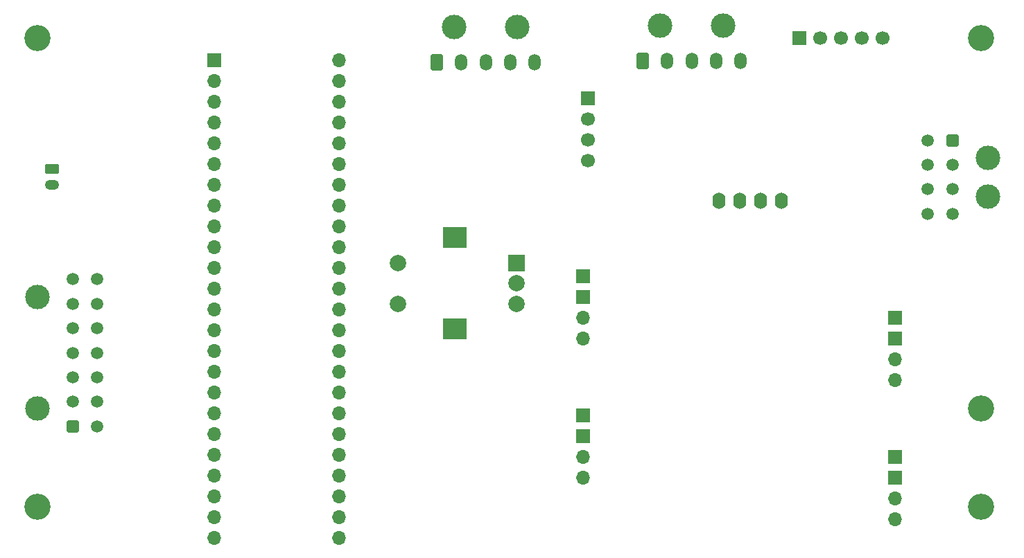
<source format=gbs>
G04 #@! TF.GenerationSoftware,KiCad,Pcbnew,9.0.1*
G04 #@! TF.CreationDate,2025-06-09T13:53:09-07:00*
G04 #@! TF.ProjectId,chop_microcontroller_board,63686f70-5f6d-4696-9372-6f636f6e7472,rev?*
G04 #@! TF.SameCoordinates,Original*
G04 #@! TF.FileFunction,Soldermask,Bot*
G04 #@! TF.FilePolarity,Negative*
%FSLAX46Y46*%
G04 Gerber Fmt 4.6, Leading zero omitted, Abs format (unit mm)*
G04 Created by KiCad (PCBNEW 9.0.1) date 2025-06-09 13:53:09*
%MOMM*%
%LPD*%
G01*
G04 APERTURE LIST*
G04 Aperture macros list*
%AMRoundRect*
0 Rectangle with rounded corners*
0 $1 Rounding radius*
0 $2 $3 $4 $5 $6 $7 $8 $9 X,Y pos of 4 corners*
0 Add a 4 corners polygon primitive as box body*
4,1,4,$2,$3,$4,$5,$6,$7,$8,$9,$2,$3,0*
0 Add four circle primitives for the rounded corners*
1,1,$1+$1,$2,$3*
1,1,$1+$1,$4,$5*
1,1,$1+$1,$6,$7*
1,1,$1+$1,$8,$9*
0 Add four rect primitives between the rounded corners*
20,1,$1+$1,$2,$3,$4,$5,0*
20,1,$1+$1,$4,$5,$6,$7,0*
20,1,$1+$1,$6,$7,$8,$9,0*
20,1,$1+$1,$8,$9,$2,$3,0*%
G04 Aperture macros list end*
%ADD10O,1.700000X1.700000*%
%ADD11R,1.700000X1.700000*%
%ADD12C,3.200000*%
%ADD13C,3.000000*%
%ADD14RoundRect,0.250001X-0.499999X-0.759999X0.499999X-0.759999X0.499999X0.759999X-0.499999X0.759999X0*%
%ADD15O,1.500000X2.020000*%
%ADD16RoundRect,0.250000X-0.625000X0.350000X-0.625000X-0.350000X0.625000X-0.350000X0.625000X0.350000X0*%
%ADD17O,1.750000X1.200000*%
%ADD18C,1.700000*%
%ADD19RoundRect,0.250001X-0.499999X0.499999X-0.499999X-0.499999X0.499999X-0.499999X0.499999X0.499999X0*%
%ADD20C,1.500000*%
%ADD21RoundRect,0.250001X0.499999X-0.499999X0.499999X0.499999X-0.499999X0.499999X-0.499999X-0.499999X0*%
%ADD22R,2.000000X2.000000*%
%ADD23C,2.000000*%
%ADD24R,3.000000X2.500000*%
%ADD25O,1.600000X2.000000*%
G04 APERTURE END LIST*
D10*
G04 #@! TO.C,U1*
X129620000Y-80200000D03*
X129620000Y-82740000D03*
X129620000Y-85280000D03*
X129620000Y-87820000D03*
X129620000Y-90360000D03*
X129620000Y-92900000D03*
X129620000Y-95440000D03*
X129620000Y-97980000D03*
X129620000Y-100520000D03*
X129620000Y-103060000D03*
X129620000Y-105600000D03*
X129620000Y-108140000D03*
X129620000Y-110680000D03*
X129620000Y-113220000D03*
X129620000Y-115760000D03*
X129620000Y-118300000D03*
X129620000Y-120840000D03*
X129620000Y-123380000D03*
X129620000Y-125920000D03*
X129620000Y-128460000D03*
X129620000Y-131000000D03*
X129620000Y-133540000D03*
X129620000Y-136080000D03*
X129620000Y-138620000D03*
X114380000Y-138620000D03*
X114380000Y-136080000D03*
X114380000Y-133540000D03*
X114380000Y-131000000D03*
X114380000Y-128460000D03*
X114380000Y-125920000D03*
X114380000Y-123380000D03*
X114380000Y-120840000D03*
X114380000Y-118300000D03*
X114380000Y-115760000D03*
X114380000Y-113220000D03*
X114380000Y-110680000D03*
X114380000Y-108140000D03*
X114380000Y-105600000D03*
X114380000Y-103060000D03*
X114380000Y-100520000D03*
X114380000Y-97980000D03*
X114380000Y-95440000D03*
X114380000Y-92900000D03*
X114380000Y-90360000D03*
X114380000Y-87820000D03*
X114380000Y-85280000D03*
X114380000Y-82740000D03*
D11*
X114380000Y-80200000D03*
G04 #@! TD*
D12*
G04 #@! TO.C,MK2*
X208000000Y-77500000D03*
G04 #@! TD*
D11*
G04 #@! TO.C,U3*
X159430000Y-106670000D03*
X159430000Y-109210000D03*
D10*
X159430000Y-111750000D03*
X159430000Y-114290000D03*
D11*
X197530000Y-111710000D03*
X197530000Y-114250000D03*
D10*
X197530000Y-116790000D03*
X197530000Y-119330000D03*
G04 #@! TD*
D13*
G04 #@! TO.C,J7*
X143650000Y-76180000D03*
X151350000Y-76180000D03*
D14*
X141500000Y-80500000D03*
D15*
X144500000Y-80500000D03*
X147500000Y-80500000D03*
X150500000Y-80500000D03*
X153500000Y-80500000D03*
G04 #@! TD*
D16*
G04 #@! TO.C,J14*
X94500000Y-93500000D03*
D17*
X94500000Y-95500000D03*
G04 #@! TD*
D13*
G04 #@! TO.C,J6*
X168800000Y-76000000D03*
X176500000Y-76000000D03*
D14*
X166650000Y-80320000D03*
D15*
X169650000Y-80320000D03*
X172650000Y-80320000D03*
X175650000Y-80320000D03*
X178650000Y-80320000D03*
G04 #@! TD*
D12*
G04 #@! TO.C,MK1*
X92769400Y-77500000D03*
G04 #@! TD*
D11*
G04 #@! TO.C,U2*
X159430000Y-123670000D03*
X159430000Y-126210000D03*
D10*
X159430000Y-128750000D03*
X159430000Y-131290000D03*
D11*
X197530000Y-128710000D03*
X197530000Y-131250000D03*
D10*
X197530000Y-133790000D03*
X197530000Y-136330000D03*
G04 #@! TD*
D11*
G04 #@! TO.C,U4*
X160000000Y-84880000D03*
D18*
X160000000Y-87420000D03*
X160000000Y-89960000D03*
X160000000Y-92500000D03*
G04 #@! TD*
D13*
G04 #@! TO.C,J12*
X208820000Y-92160000D03*
X208820000Y-96860000D03*
D19*
X204500000Y-90000000D03*
D20*
X204500000Y-93000000D03*
X204500000Y-96000000D03*
X204500000Y-99000000D03*
X201500000Y-90000000D03*
X201500000Y-93000000D03*
X201500000Y-96000000D03*
X201500000Y-99000000D03*
G04 #@! TD*
D12*
G04 #@! TO.C,MK3*
X92769400Y-134865000D03*
G04 #@! TD*
G04 #@! TO.C,MK5*
X208000000Y-122840000D03*
G04 #@! TD*
G04 #@! TO.C,MK4*
X208000000Y-134865000D03*
G04 #@! TD*
D13*
G04 #@! TO.C,J11*
X92765000Y-122840000D03*
X92765000Y-109140000D03*
D21*
X97085000Y-125000000D03*
D20*
X97085000Y-122000000D03*
X97085000Y-119000000D03*
X97085000Y-116000000D03*
X97085000Y-113000000D03*
X97085000Y-110000000D03*
X97085000Y-107000000D03*
X100085000Y-125000000D03*
X100085000Y-122000000D03*
X100085000Y-119000000D03*
X100085000Y-116000000D03*
X100085000Y-113000000D03*
X100085000Y-110000000D03*
X100085000Y-107000000D03*
G04 #@! TD*
D22*
G04 #@! TO.C,J3*
X151250000Y-105000000D03*
D23*
X151250000Y-110000000D03*
X151250000Y-107500000D03*
D24*
X143750000Y-113100000D03*
X143750000Y-101900000D03*
D23*
X136750000Y-105000000D03*
X136750000Y-110000000D03*
G04 #@! TD*
D11*
G04 #@! TO.C,J8*
X185840000Y-77500000D03*
D18*
X188380000Y-77500000D03*
X190920000Y-77500000D03*
X193460000Y-77500000D03*
X196000000Y-77500000D03*
G04 #@! TD*
D25*
G04 #@! TO.C,J2*
X183620000Y-97400000D03*
X181080000Y-97400000D03*
X178540000Y-97400000D03*
X176000000Y-97400000D03*
G04 #@! TD*
M02*

</source>
